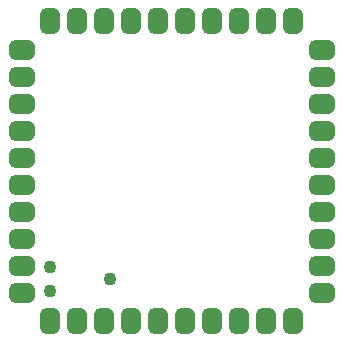
<source format=gbs>
G04*
G04 #@! TF.GenerationSoftware,Altium Limited,Altium Designer,22.4.2 (48)*
G04*
G04 Layer_Color=16711935*
%FSLAX25Y25*%
%MOIN*%
G70*
G04*
G04 #@! TF.SameCoordinates,1F286525-8613-48BA-B55B-26260A7FDAC8*
G04*
G04*
G04 #@! TF.FilePolarity,Negative*
G04*
G01*
G75*
G04:AMPARAMS|DCode=60|XSize=63.94mil|YSize=83.94mil|CornerRadius=16.97mil|HoleSize=0mil|Usage=FLASHONLY|Rotation=90.000|XOffset=0mil|YOffset=0mil|HoleType=Round|Shape=RoundedRectangle|*
%AMROUNDEDRECTD60*
21,1,0.06394,0.05000,0,0,90.0*
21,1,0.03000,0.08394,0,0,90.0*
1,1,0.03394,0.02500,0.01500*
1,1,0.03394,0.02500,-0.01500*
1,1,0.03394,-0.02500,-0.01500*
1,1,0.03394,-0.02500,0.01500*
%
%ADD60ROUNDEDRECTD60*%
G04:AMPARAMS|DCode=61|XSize=63.94mil|YSize=83.94mil|CornerRadius=16.97mil|HoleSize=0mil|Usage=FLASHONLY|Rotation=180.000|XOffset=0mil|YOffset=0mil|HoleType=Round|Shape=RoundedRectangle|*
%AMROUNDEDRECTD61*
21,1,0.06394,0.05000,0,0,180.0*
21,1,0.03000,0.08394,0,0,180.0*
1,1,0.03394,-0.01500,0.02500*
1,1,0.03394,0.01500,0.02500*
1,1,0.03394,0.01500,-0.02500*
1,1,0.03394,-0.01500,-0.02500*
%
%ADD61ROUNDEDRECTD61*%
%ADD62C,0.04284*%
D60*
X0Y90500D02*
D03*
Y81500D02*
D03*
Y72500D02*
D03*
Y63500D02*
D03*
Y54500D02*
D03*
Y45500D02*
D03*
Y36500D02*
D03*
Y27500D02*
D03*
Y18500D02*
D03*
Y9500D02*
D03*
X100000D02*
D03*
Y18500D02*
D03*
Y27500D02*
D03*
Y36500D02*
D03*
Y45500D02*
D03*
Y54500D02*
D03*
Y63500D02*
D03*
Y72500D02*
D03*
Y81500D02*
D03*
Y90500D02*
D03*
D61*
X9500Y0D02*
D03*
X18500D02*
D03*
X27500D02*
D03*
X36500D02*
D03*
X45500D02*
D03*
X54500D02*
D03*
X63500D02*
D03*
X72500D02*
D03*
X81500D02*
D03*
X90500D02*
D03*
Y100000D02*
D03*
X81500D02*
D03*
X72500D02*
D03*
X63500D02*
D03*
X54500D02*
D03*
X45500D02*
D03*
X36500D02*
D03*
X27500D02*
D03*
X18500D02*
D03*
X9500D02*
D03*
D62*
Y10000D02*
D03*
Y18000D02*
D03*
X29500Y14000D02*
D03*
M02*

</source>
